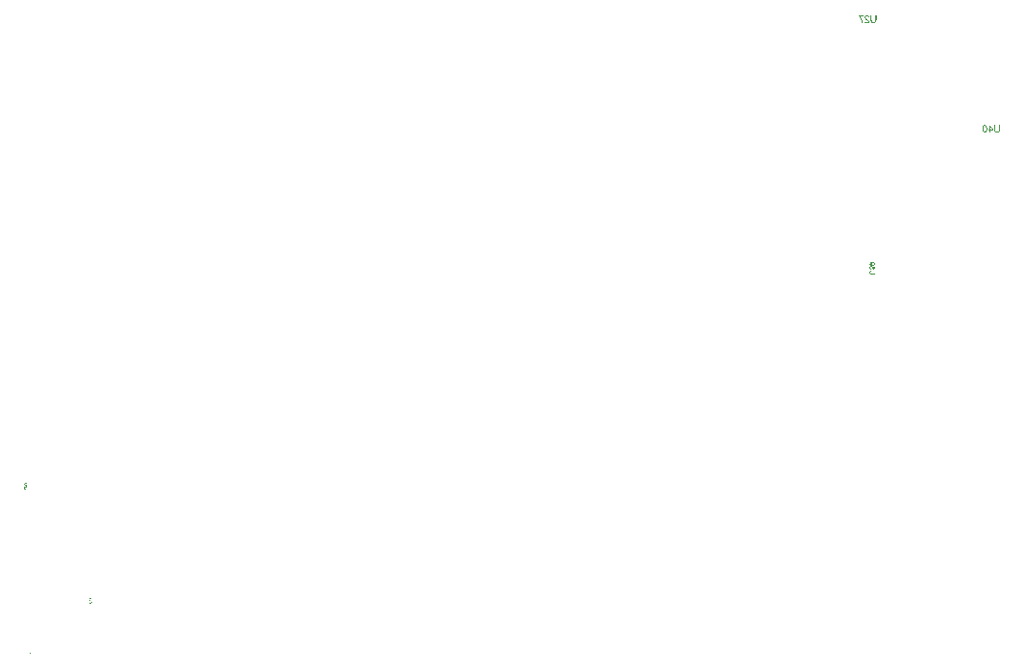
<source format=gbr>
G04*
G04 #@! TF.GenerationSoftware,Altium Limited,Altium Designer,24.2.2 (26)*
G04*
G04 Layer_Color=16711935*
%FSLAX25Y25*%
%MOIN*%
G70*
G04*
G04 #@! TF.SameCoordinates,80A8E479-4E92-43EF-BFA2-91FD1FC97BD2*
G04*
G04*
G04 #@! TF.FilePolarity,Positive*
G04*
G01*
G75*
G36*
X353370Y-155488D02*
Y-155562D01*
X353366Y-155632D01*
X353362Y-155699D01*
X353355Y-155762D01*
X353348Y-155817D01*
X353340Y-155869D01*
X353329Y-155917D01*
X353322Y-155962D01*
X353314Y-156002D01*
X353303Y-156036D01*
X353296Y-156065D01*
X353289Y-156087D01*
X353281Y-156106D01*
X353277Y-156121D01*
X353274Y-156128D01*
Y-156132D01*
X353233Y-156213D01*
X353181Y-156287D01*
X353129Y-156346D01*
X353074Y-156398D01*
X353026Y-156439D01*
X352985Y-156468D01*
X352970Y-156476D01*
X352959Y-156483D01*
X352952Y-156491D01*
X352948D01*
X352856Y-156531D01*
X352759Y-156561D01*
X352660Y-156583D01*
X352567Y-156598D01*
X352526Y-156602D01*
X352486Y-156605D01*
X352449Y-156609D01*
X352419D01*
X352393Y-156613D01*
X352360D01*
X352227Y-156605D01*
X352167Y-156598D01*
X352112Y-156591D01*
X352056Y-156579D01*
X352008Y-156568D01*
X351964Y-156557D01*
X351923Y-156543D01*
X351886Y-156528D01*
X351857Y-156517D01*
X351827Y-156506D01*
X351805Y-156494D01*
X351786Y-156483D01*
X351775Y-156480D01*
X351768Y-156472D01*
X351764D01*
X351683Y-156417D01*
X351616Y-156354D01*
X351564Y-156295D01*
X351520Y-156235D01*
X351487Y-156184D01*
X351464Y-156143D01*
X351457Y-156128D01*
X351450Y-156117D01*
X351446Y-156110D01*
Y-156106D01*
X351431Y-156061D01*
X351416Y-156013D01*
X351394Y-155913D01*
X351379Y-155810D01*
X351368Y-155710D01*
X351364Y-155666D01*
X351361Y-155621D01*
Y-155584D01*
X351357Y-155551D01*
Y-155525D01*
Y-155507D01*
Y-155492D01*
Y-155488D01*
Y-154008D01*
X351697D01*
Y-155488D01*
Y-155573D01*
X351705Y-155655D01*
X351712Y-155725D01*
X351723Y-155791D01*
X351734Y-155851D01*
X351749Y-155906D01*
X351760Y-155954D01*
X351775Y-155995D01*
X351790Y-156028D01*
X351805Y-156061D01*
X351820Y-156084D01*
X351831Y-156106D01*
X351842Y-156121D01*
X351849Y-156132D01*
X351853Y-156135D01*
X351857Y-156139D01*
X351890Y-156169D01*
X351927Y-156195D01*
X352008Y-156235D01*
X352093Y-156265D01*
X352182Y-156283D01*
X352264Y-156298D01*
X352297Y-156302D01*
X352330D01*
X352352Y-156306D01*
X352389D01*
X352467Y-156302D01*
X352537Y-156291D01*
X352604Y-156280D01*
X352656Y-156261D01*
X352700Y-156246D01*
X352733Y-156235D01*
X352752Y-156224D01*
X352759Y-156221D01*
X352811Y-156187D01*
X352856Y-156147D01*
X352893Y-156106D01*
X352919Y-156069D01*
X352941Y-156032D01*
X352959Y-156006D01*
X352967Y-155988D01*
X352970Y-155980D01*
X352981Y-155947D01*
X352989Y-155913D01*
X353004Y-155836D01*
X353015Y-155754D01*
X353022Y-155673D01*
X353026Y-155603D01*
Y-155569D01*
X353029Y-155543D01*
Y-155521D01*
Y-155503D01*
Y-155492D01*
Y-155488D01*
Y-154008D01*
X353370D01*
Y-155488D01*
D02*
G37*
G36*
X351028Y-155666D02*
Y-155954D01*
X349914D01*
Y-156568D01*
X349600D01*
Y-155954D01*
X349252D01*
Y-155666D01*
X349600D01*
Y-154008D01*
X349855D01*
X351028Y-155666D01*
D02*
G37*
G36*
X348194Y-154004D02*
X348286Y-154019D01*
X348364Y-154045D01*
X348430Y-154071D01*
X348486Y-154101D01*
X348508Y-154112D01*
X348527Y-154126D01*
X348541Y-154134D01*
X348552Y-154141D01*
X348556Y-154149D01*
X348560D01*
X348626Y-154208D01*
X348682Y-154278D01*
X348730Y-154348D01*
X348767Y-154415D01*
X348797Y-154478D01*
X348812Y-154504D01*
X348819Y-154530D01*
X348826Y-154548D01*
X348834Y-154563D01*
X348837Y-154570D01*
Y-154574D01*
X348852Y-154630D01*
X348867Y-154685D01*
X348889Y-154807D01*
X348908Y-154929D01*
X348919Y-155044D01*
X348922Y-155099D01*
X348926Y-155148D01*
Y-155192D01*
X348930Y-155233D01*
Y-155262D01*
Y-155288D01*
Y-155303D01*
Y-155307D01*
X348926Y-155436D01*
X348919Y-155558D01*
X348908Y-155669D01*
X348889Y-155773D01*
X348871Y-155869D01*
X348849Y-155954D01*
X348826Y-156032D01*
X348804Y-156098D01*
X348782Y-156158D01*
X348756Y-156210D01*
X348738Y-156254D01*
X348719Y-156287D01*
X348700Y-156317D01*
X348689Y-156335D01*
X348682Y-156346D01*
X348678Y-156350D01*
X348638Y-156395D01*
X348593Y-156435D01*
X348545Y-156472D01*
X348497Y-156502D01*
X348449Y-156528D01*
X348401Y-156550D01*
X348353Y-156565D01*
X348308Y-156579D01*
X348264Y-156591D01*
X348223Y-156598D01*
X348186Y-156605D01*
X348157Y-156609D01*
X348131Y-156613D01*
X348094D01*
X347994Y-156605D01*
X347901Y-156591D01*
X347824Y-156565D01*
X347757Y-156539D01*
X347702Y-156513D01*
X347683Y-156498D01*
X347664Y-156487D01*
X347650Y-156480D01*
X347639Y-156472D01*
X347635Y-156465D01*
X347631D01*
X347565Y-156402D01*
X347509Y-156335D01*
X347461Y-156261D01*
X347424Y-156195D01*
X347394Y-156132D01*
X347380Y-156106D01*
X347372Y-156080D01*
X347365Y-156061D01*
X347357Y-156047D01*
X347354Y-156039D01*
Y-156036D01*
X347335Y-155980D01*
X347320Y-155925D01*
X347298Y-155806D01*
X347280Y-155684D01*
X347269Y-155566D01*
X347265Y-155514D01*
X347261Y-155466D01*
Y-155421D01*
X347257Y-155381D01*
Y-155351D01*
Y-155325D01*
Y-155310D01*
Y-155307D01*
Y-155236D01*
X347261Y-155170D01*
Y-155111D01*
X347265Y-155051D01*
X347272Y-155000D01*
X347276Y-154948D01*
X347280Y-154903D01*
X347287Y-154863D01*
X347291Y-154826D01*
X347298Y-154792D01*
X347302Y-154766D01*
X347306Y-154744D01*
X347309Y-154726D01*
X347313Y-154715D01*
X347317Y-154707D01*
Y-154704D01*
X347339Y-154622D01*
X347365Y-154548D01*
X347394Y-154485D01*
X347417Y-154430D01*
X347443Y-154382D01*
X347457Y-154348D01*
X347472Y-154330D01*
X347476Y-154323D01*
X347516Y-154267D01*
X347557Y-154219D01*
X347602Y-154178D01*
X347642Y-154141D01*
X347679Y-154115D01*
X347709Y-154097D01*
X347727Y-154086D01*
X347731Y-154082D01*
X347735D01*
X347794Y-154052D01*
X347857Y-154034D01*
X347916Y-154019D01*
X347972Y-154008D01*
X348020Y-154001D01*
X348060Y-153997D01*
X348094D01*
X348194Y-154004D01*
D02*
G37*
G36*
X16773Y-336422D02*
X16784Y-336423D01*
X16797Y-336425D01*
X16811Y-336428D01*
X16827Y-336432D01*
X16860Y-336442D01*
X16879Y-336449D01*
X16897Y-336460D01*
X16916Y-336470D01*
X16933Y-336481D01*
X16950Y-336496D01*
X16968Y-336512D01*
X16969Y-336513D01*
X16972Y-336516D01*
X16976Y-336521D01*
X16981Y-336528D01*
X16988Y-336538D01*
X16995Y-336548D01*
X17003Y-336561D01*
X17011Y-336576D01*
X17020Y-336592D01*
X17027Y-336610D01*
X17034Y-336631D01*
X17042Y-336651D01*
X17046Y-336674D01*
X17051Y-336699D01*
X17053Y-336723D01*
X17055Y-336751D01*
Y-336766D01*
X17053Y-336776D01*
X17052Y-336789D01*
X17051Y-336803D01*
X17048Y-336819D01*
X17043Y-336837D01*
X17033Y-336876D01*
X17026Y-336896D01*
X17018Y-336915D01*
X17008Y-336935D01*
X16997Y-336955D01*
X16984Y-336974D01*
X16968Y-336992D01*
X16966Y-336993D01*
X16963Y-336996D01*
X16959Y-337000D01*
X16952Y-337006D01*
X16943Y-337012D01*
X16933Y-337021D01*
X16921Y-337028D01*
X16907Y-337037D01*
X16892Y-337045D01*
X16875Y-337053D01*
X16839Y-337067D01*
X16817Y-337073D01*
X16795Y-337077D01*
X16772Y-337080D01*
X16749Y-337082D01*
X16747D01*
X16745D01*
X16739D01*
X16733Y-337080D01*
X16724D01*
X16714Y-337079D01*
X16691Y-337076D01*
X16665Y-337070D01*
X16639Y-337061D01*
X16611Y-337048D01*
X16585Y-337032D01*
X16583D01*
X16582Y-337029D01*
X16575Y-337024D01*
X16563Y-337012D01*
X16549Y-336996D01*
X16534Y-336976D01*
X16518Y-336951D01*
X16505Y-336924D01*
X16495Y-336890D01*
Y-336892D01*
X16494Y-336893D01*
X16492Y-336897D01*
X16489Y-336903D01*
X16484Y-336916D01*
X16475Y-336934D01*
X16463Y-336953D01*
X16449Y-336971D01*
X16433Y-336989D01*
X16415Y-337005D01*
X16412Y-337006D01*
X16407Y-337011D01*
X16395Y-337016D01*
X16380Y-337022D01*
X16362Y-337029D01*
X16340Y-337035D01*
X16315Y-337040D01*
X16289Y-337041D01*
X16288D01*
X16285D01*
X16279D01*
X16270Y-337040D01*
X16262Y-337038D01*
X16250Y-337037D01*
X16225Y-337031D01*
X16196Y-337022D01*
X16166Y-337008D01*
X16150Y-336999D01*
X16134Y-336989D01*
X16120Y-336976D01*
X16105Y-336963D01*
X16104Y-336961D01*
X16102Y-336958D01*
X16098Y-336954D01*
X16093Y-336948D01*
X16088Y-336941D01*
X16082Y-336931D01*
X16075Y-336919D01*
X16067Y-336908D01*
X16060Y-336893D01*
X16053Y-336877D01*
X16047Y-336860D01*
X16041Y-336841D01*
X16033Y-336800D01*
X16031Y-336777D01*
X16030Y-336754D01*
Y-336741D01*
X16031Y-336732D01*
X16033Y-336721D01*
X16034Y-336707D01*
X16036Y-336693D01*
X16040Y-336679D01*
X16048Y-336644D01*
X16061Y-336609D01*
X16070Y-336592D01*
X16080Y-336574D01*
X16093Y-336558D01*
X16106Y-336542D01*
X16108Y-336541D01*
X16109Y-336539D01*
X16114Y-336535D01*
X16120Y-336529D01*
X16128Y-336523D01*
X16137Y-336516D01*
X16159Y-336502D01*
X16186Y-336487D01*
X16218Y-336474D01*
X16254Y-336464D01*
X16273Y-336462D01*
X16294Y-336461D01*
X16295D01*
X16296D01*
X16305D01*
X16318Y-336462D01*
X16334Y-336465D01*
X16354Y-336470D01*
X16375Y-336477D01*
X16395Y-336486D01*
X16415Y-336499D01*
X16418Y-336500D01*
X16424Y-336506D01*
X16433Y-336515D01*
X16444Y-336526D01*
X16457Y-336542D01*
X16470Y-336561D01*
X16484Y-336583D01*
X16495Y-336609D01*
Y-336608D01*
X16497Y-336605D01*
X16498Y-336600D01*
X16501Y-336595D01*
X16508Y-336577D01*
X16518Y-336557D01*
X16533Y-336535D01*
X16549Y-336512D01*
X16569Y-336490D01*
X16592Y-336470D01*
X16594D01*
X16595Y-336468D01*
X16604Y-336462D01*
X16618Y-336454D01*
X16637Y-336445D01*
X16660Y-336436D01*
X16688Y-336428D01*
X16718Y-336422D01*
X16752Y-336420D01*
X16753D01*
X16758D01*
X16765D01*
X16773Y-336422D01*
D02*
G37*
G36*
X16652Y-337253D02*
X16666D01*
X16684Y-337254D01*
X16701Y-337256D01*
X16740Y-337260D01*
X16781Y-337266D01*
X16820Y-337275D01*
X16839Y-337280D01*
X16856Y-337286D01*
X16858D01*
X16860Y-337288D01*
X16865Y-337291D01*
X16871Y-337293D01*
X16887Y-337302D01*
X16907Y-337315D01*
X16930Y-337333D01*
X16953Y-337353D01*
X16978Y-337379D01*
X17000Y-337411D01*
Y-337412D01*
X17003Y-337415D01*
X17004Y-337420D01*
X17008Y-337427D01*
X17013Y-337435D01*
X17017Y-337447D01*
X17021Y-337459D01*
X17027Y-337473D01*
X17033Y-337489D01*
X17037Y-337507D01*
X17042Y-337525D01*
X17046Y-337547D01*
X17049Y-337569D01*
X17052Y-337592D01*
X17055Y-337644D01*
Y-337657D01*
X17053Y-337667D01*
Y-337679D01*
X17052Y-337694D01*
X17051Y-337709D01*
X17049Y-337725D01*
X17043Y-337762D01*
X17034Y-337801D01*
X17023Y-337839D01*
X17007Y-337875D01*
Y-337876D01*
X17004Y-337879D01*
X17001Y-337883D01*
X16998Y-337889D01*
X16987Y-337905D01*
X16971Y-337924D01*
X16950Y-337946D01*
X16927Y-337966D01*
X16898Y-337986D01*
X16866Y-338002D01*
X16865D01*
X16862Y-338004D01*
X16856Y-338005D01*
X16849Y-338008D01*
X16840Y-338011D01*
X16829Y-338014D01*
X16815Y-338018D01*
X16800Y-338021D01*
X16782Y-338024D01*
X16763Y-338029D01*
X16743Y-338031D01*
X16721Y-338034D01*
X16697Y-338037D01*
X16671Y-338039D01*
X16643Y-338040D01*
X16614D01*
X16034D01*
Y-337907D01*
X16614D01*
X16615D01*
X16620D01*
X16627D01*
X16636D01*
X16646Y-337905D01*
X16659D01*
X16687Y-337904D01*
X16718Y-337901D01*
X16750Y-337896D01*
X16781Y-337891D01*
X16794Y-337888D01*
X16807Y-337883D01*
X16810Y-337882D01*
X16817Y-337879D01*
X16827Y-337872D01*
X16842Y-337863D01*
X16856Y-337853D01*
X16872Y-337839D01*
X16888Y-337821D01*
X16901Y-337801D01*
X16903Y-337798D01*
X16907Y-337791D01*
X16911Y-337778D01*
X16917Y-337760D01*
X16924Y-337740D01*
X16929Y-337714D01*
X16933Y-337686D01*
X16935Y-337656D01*
Y-337641D01*
X16933Y-337633D01*
Y-337620D01*
X16931Y-337607D01*
X16926Y-337575D01*
X16918Y-337540D01*
X16907Y-337507D01*
X16891Y-337475D01*
X16881Y-337460D01*
X16869Y-337447D01*
X16868Y-337446D01*
X16866Y-337444D01*
X16862Y-337441D01*
X16856Y-337437D01*
X16848Y-337433D01*
X16839Y-337427D01*
X16826Y-337421D01*
X16813Y-337415D01*
X16797Y-337409D01*
X16778Y-337405D01*
X16756Y-337399D01*
X16733Y-337395D01*
X16707Y-337390D01*
X16679Y-337388D01*
X16647Y-337385D01*
X16614D01*
X16034D01*
Y-337251D01*
X16614D01*
X16615D01*
X16621D01*
X16628D01*
X16639D01*
X16652Y-337253D01*
D02*
G37*
G36*
X37801Y-317913D02*
X37818D01*
X37836Y-317914D01*
X37855Y-317915D01*
X37899Y-317919D01*
X37945Y-317926D01*
X37989Y-317935D01*
X38010Y-317940D01*
X38030Y-317947D01*
X38032D01*
X38034Y-317949D01*
X38040Y-317951D01*
X38047Y-317954D01*
X38056Y-317957D01*
X38066Y-317962D01*
X38089Y-317973D01*
X38114Y-317987D01*
X38142Y-318005D01*
X38167Y-318026D01*
X38190Y-318051D01*
Y-318052D01*
X38193Y-318053D01*
X38196Y-318057D01*
X38199Y-318063D01*
X38203Y-318070D01*
X38208Y-318077D01*
X38218Y-318098D01*
X38227Y-318122D01*
X38237Y-318151D01*
X38243Y-318186D01*
X38245Y-318223D01*
Y-318237D01*
X38244Y-318247D01*
X38243Y-318258D01*
X38240Y-318271D01*
X38237Y-318287D01*
X38233Y-318303D01*
X38227Y-318320D01*
X38222Y-318338D01*
X38214Y-318356D01*
X38204Y-318373D01*
X38193Y-318391D01*
X38179Y-318409D01*
X38164Y-318426D01*
X38148Y-318441D01*
X38146Y-318443D01*
X38142Y-318445D01*
X38135Y-318449D01*
X38124Y-318456D01*
X38112Y-318463D01*
X38095Y-318470D01*
X38076Y-318480D01*
X38054Y-318488D01*
X38029Y-318496D01*
X38000Y-318505D01*
X37968Y-318513D01*
X37932Y-318520D01*
X37894Y-318527D01*
X37852Y-318531D01*
X37807Y-318534D01*
X37758Y-318535D01*
X37757D01*
X37751D01*
X37742D01*
X37731D01*
X37716Y-318534D01*
X37699D01*
X37681Y-318532D01*
X37660Y-318531D01*
X37618Y-318527D01*
X37572Y-318520D01*
X37527Y-318512D01*
X37506Y-318506D01*
X37485Y-318500D01*
X37484D01*
X37481Y-318499D01*
X37475Y-318496D01*
X37468Y-318494D01*
X37459Y-318491D01*
X37449Y-318485D01*
X37426Y-318474D01*
X37401Y-318460D01*
X37375Y-318443D01*
X37348Y-318422D01*
X37326Y-318397D01*
Y-318396D01*
X37324Y-318394D01*
X37321Y-318390D01*
X37318Y-318385D01*
X37313Y-318378D01*
X37308Y-318369D01*
X37297Y-318349D01*
X37288Y-318324D01*
X37278Y-318295D01*
X37273Y-318260D01*
X37270Y-318223D01*
Y-318211D01*
X37271Y-318196D01*
X37274Y-318178D01*
X37278Y-318157D01*
X37284Y-318135D01*
X37290Y-318111D01*
X37301Y-318089D01*
Y-318088D01*
X37303Y-318087D01*
X37307Y-318080D01*
X37314Y-318069D01*
X37324Y-318055D01*
X37337Y-318040D01*
X37353Y-318023D01*
X37370Y-318008D01*
X37391Y-317993D01*
X37394Y-317991D01*
X37401Y-317986D01*
X37413Y-317980D01*
X37431Y-317971D01*
X37452Y-317962D01*
X37475Y-317951D01*
X37503Y-317942D01*
X37533Y-317933D01*
X37535D01*
X37538Y-317932D01*
X37542Y-317931D01*
X37549Y-317929D01*
X37557Y-317928D01*
X37567Y-317926D01*
X37579Y-317924D01*
X37593Y-317922D01*
X37608Y-317919D01*
X37624Y-317918D01*
X37644Y-317917D01*
X37663Y-317914D01*
X37685Y-317913D01*
X37707D01*
X37732Y-317911D01*
X37758D01*
X37760D01*
X37765D01*
X37775D01*
X37786D01*
X37801Y-317913D01*
D02*
G37*
G36*
X38229Y-318953D02*
X37482D01*
X37484Y-318954D01*
X37489Y-318961D01*
X37497Y-318970D01*
X37507Y-318984D01*
X37520Y-318999D01*
X37533Y-319018D01*
X37549Y-319040D01*
X37564Y-319065D01*
Y-319066D01*
X37565Y-319068D01*
X37571Y-319076D01*
X37578Y-319090D01*
X37586Y-319106D01*
X37595Y-319126D01*
X37605Y-319146D01*
X37615Y-319167D01*
X37623Y-319188D01*
X37510D01*
Y-319186D01*
X37507Y-319184D01*
X37506Y-319178D01*
X37502Y-319171D01*
X37497Y-319163D01*
X37492Y-319153D01*
X37478Y-319130D01*
X37463Y-319102D01*
X37444Y-319075D01*
X37422Y-319046D01*
X37398Y-319017D01*
X37397Y-319015D01*
X37395Y-319014D01*
X37391Y-319010D01*
X37387Y-319004D01*
X37373Y-318992D01*
X37357Y-318975D01*
X37337Y-318959D01*
X37315Y-318941D01*
X37293Y-318926D01*
X37270Y-318912D01*
Y-318836D01*
X38229D01*
Y-318953D01*
D02*
G37*
G36*
X37862Y-319442D02*
X37876D01*
X37892Y-319443D01*
X37909Y-319444D01*
X37946Y-319449D01*
X37985Y-319454D01*
X38022Y-319462D01*
X38040Y-319468D01*
X38056Y-319473D01*
X38058D01*
X38061Y-319475D01*
X38065Y-319478D01*
X38070Y-319480D01*
X38085Y-319489D01*
X38105Y-319501D01*
X38127Y-319518D01*
X38149Y-319537D01*
X38172Y-319562D01*
X38193Y-319592D01*
Y-319594D01*
X38196Y-319596D01*
X38197Y-319600D01*
X38201Y-319607D01*
X38206Y-319616D01*
X38210Y-319627D01*
X38214Y-319638D01*
X38219Y-319651D01*
X38225Y-319667D01*
X38229Y-319683D01*
X38233Y-319701D01*
X38237Y-319722D01*
X38240Y-319742D01*
X38243Y-319765D01*
X38245Y-319814D01*
Y-319827D01*
X38244Y-319836D01*
Y-319847D01*
X38243Y-319861D01*
X38241Y-319876D01*
X38240Y-319892D01*
X38234Y-319926D01*
X38226Y-319963D01*
X38215Y-319999D01*
X38200Y-320034D01*
Y-320035D01*
X38197Y-320038D01*
X38194Y-320042D01*
X38192Y-320047D01*
X38181Y-320063D01*
X38165Y-320081D01*
X38146Y-320101D01*
X38124Y-320121D01*
X38096Y-320140D01*
X38066Y-320155D01*
X38065D01*
X38062Y-320157D01*
X38056Y-320158D01*
X38050Y-320161D01*
X38041Y-320163D01*
X38030Y-320166D01*
X38018Y-320170D01*
X38003Y-320173D01*
X37986Y-320176D01*
X37968Y-320180D01*
X37949Y-320183D01*
X37928Y-320185D01*
X37905Y-320188D01*
X37880Y-320190D01*
X37854Y-320191D01*
X37826D01*
X37274D01*
Y-320064D01*
X37826D01*
X37827D01*
X37832D01*
X37838D01*
X37847D01*
X37856Y-320063D01*
X37869D01*
X37895Y-320061D01*
X37925Y-320058D01*
X37956Y-320054D01*
X37985Y-320049D01*
X37997Y-320046D01*
X38010Y-320042D01*
X38012Y-320041D01*
X38019Y-320038D01*
X38029Y-320031D01*
X38043Y-320023D01*
X38056Y-320013D01*
X38072Y-319999D01*
X38087Y-319983D01*
X38099Y-319963D01*
X38101Y-319961D01*
X38105Y-319954D01*
X38109Y-319941D01*
X38114Y-319925D01*
X38121Y-319905D01*
X38125Y-319881D01*
X38130Y-319854D01*
X38131Y-319825D01*
Y-319812D01*
X38130Y-319803D01*
Y-319791D01*
X38128Y-319778D01*
X38123Y-319748D01*
X38116Y-319715D01*
X38105Y-319683D01*
X38089Y-319653D01*
X38080Y-319639D01*
X38069Y-319627D01*
X38067Y-319625D01*
X38066Y-319624D01*
X38062Y-319621D01*
X38056Y-319617D01*
X38048Y-319613D01*
X38040Y-319607D01*
X38027Y-319602D01*
X38015Y-319596D01*
X38000Y-319591D01*
X37982Y-319587D01*
X37961Y-319581D01*
X37939Y-319577D01*
X37914Y-319573D01*
X37888Y-319570D01*
X37858Y-319567D01*
X37826D01*
X37274D01*
Y-319440D01*
X37826D01*
X37827D01*
X37833D01*
X37840D01*
X37849D01*
X37862Y-319442D01*
D02*
G37*
G36*
X309235Y-201664D02*
X309286Y-201669D01*
X309334Y-201674D01*
X309378Y-201679D01*
X309419Y-201684D01*
X309457Y-201692D01*
X309490Y-201700D01*
X309518Y-201707D01*
X309543Y-201712D01*
X309566Y-201720D01*
X309584Y-201725D01*
X309597Y-201730D01*
X309607Y-201735D01*
X309612Y-201738D01*
X309615D01*
X309676Y-201768D01*
X309730Y-201802D01*
X309775Y-201840D01*
X309814Y-201873D01*
X309842Y-201906D01*
X309862Y-201932D01*
X309870Y-201942D01*
X309875Y-201950D01*
X309880Y-201952D01*
Y-201955D01*
X309911Y-202008D01*
X309934Y-202062D01*
X309951Y-202115D01*
X309962Y-202164D01*
X309969Y-202207D01*
X309972Y-202225D01*
Y-202238D01*
X309974Y-202251D01*
Y-202268D01*
X309972Y-202312D01*
X309967Y-202352D01*
X309959Y-202393D01*
X309949Y-202429D01*
X309921Y-202498D01*
X309908Y-202528D01*
X309893Y-202554D01*
X309875Y-202579D01*
X309862Y-202600D01*
X309847Y-202620D01*
X309834Y-202636D01*
X309824Y-202648D01*
X309816Y-202656D01*
X309811Y-202661D01*
X309809Y-202664D01*
X309778Y-202692D01*
X309742Y-202715D01*
X309709Y-202737D01*
X309674Y-202755D01*
X309635Y-202771D01*
X309599Y-202783D01*
X309533Y-202801D01*
X309500Y-202809D01*
X309472Y-202814D01*
X309444Y-202817D01*
X309421Y-202819D01*
X309403Y-202822D01*
X309390D01*
X309380D01*
X309378D01*
X309329Y-202819D01*
X309286Y-202814D01*
X309243Y-202809D01*
X309202Y-202799D01*
X309166Y-202786D01*
X309130Y-202773D01*
X309100Y-202761D01*
X309072Y-202745D01*
X309046Y-202732D01*
X309023Y-202720D01*
X309005Y-202707D01*
X308987Y-202694D01*
X308975Y-202684D01*
X308967Y-202679D01*
X308962Y-202674D01*
X308960Y-202671D01*
X308931Y-202643D01*
X308909Y-202613D01*
X308886Y-202582D01*
X308868Y-202549D01*
X308852Y-202518D01*
X308840Y-202488D01*
X308822Y-202429D01*
X308814Y-202403D01*
X308809Y-202378D01*
X308806Y-202358D01*
X308804Y-202337D01*
X308801Y-202322D01*
Y-202302D01*
X308804Y-202253D01*
X308812Y-202207D01*
X308822Y-202166D01*
X308835Y-202128D01*
X308845Y-202100D01*
X308855Y-202077D01*
X308863Y-202062D01*
X308865Y-202057D01*
X308891Y-202016D01*
X308919Y-201980D01*
X308947Y-201950D01*
X308972Y-201924D01*
X308998Y-201906D01*
X309016Y-201891D01*
X309028Y-201881D01*
X309033Y-201878D01*
X309013D01*
X309000D01*
X308993D01*
X308990D01*
X308939Y-201881D01*
X308891Y-201883D01*
X308847Y-201888D01*
X308806Y-201893D01*
X308773Y-201901D01*
X308748Y-201906D01*
X308738Y-201909D01*
X308730D01*
X308727Y-201911D01*
X308725D01*
X308679Y-201924D01*
X308638Y-201937D01*
X308602Y-201950D01*
X308572Y-201962D01*
X308549Y-201973D01*
X308531Y-201983D01*
X308518Y-201988D01*
X308516Y-201990D01*
X308488Y-202011D01*
X308465Y-202031D01*
X308444Y-202052D01*
X308426Y-202072D01*
X308411Y-202087D01*
X308401Y-202103D01*
X308396Y-202113D01*
X308393Y-202115D01*
X308378Y-202143D01*
X308368Y-202174D01*
X308360Y-202202D01*
X308355Y-202230D01*
X308353Y-202253D01*
X308350Y-202271D01*
Y-202289D01*
X308353Y-202329D01*
X308360Y-202368D01*
X308370Y-202401D01*
X308383Y-202429D01*
X308393Y-202449D01*
X308404Y-202467D01*
X308411Y-202477D01*
X308414Y-202480D01*
X308442Y-202505D01*
X308475Y-202526D01*
X308511Y-202544D01*
X308546Y-202556D01*
X308577Y-202567D01*
X308605Y-202574D01*
X308615Y-202577D01*
X308620D01*
X308625Y-202579D01*
X308628D01*
X308610Y-202788D01*
X308536Y-202773D01*
X308472Y-202753D01*
X308416Y-202727D01*
X308370Y-202702D01*
X308335Y-202676D01*
X308319Y-202664D01*
X308307Y-202653D01*
X308299Y-202646D01*
X308291Y-202638D01*
X308289Y-202636D01*
X308286Y-202633D01*
X308266Y-202607D01*
X308248Y-202579D01*
X308220Y-202523D01*
X308200Y-202467D01*
X308187Y-202414D01*
X308177Y-202365D01*
X308174Y-202345D01*
Y-202327D01*
X308172Y-202314D01*
Y-202294D01*
X308177Y-202222D01*
X308187Y-202159D01*
X308205Y-202100D01*
X308225Y-202052D01*
X308233Y-202031D01*
X308243Y-202011D01*
X308253Y-201995D01*
X308261Y-201980D01*
X308266Y-201970D01*
X308271Y-201962D01*
X308276Y-201957D01*
Y-201955D01*
X308319Y-201904D01*
X308368Y-201858D01*
X308419Y-201822D01*
X308467Y-201792D01*
X308511Y-201766D01*
X308531Y-201756D01*
X308546Y-201748D01*
X308562Y-201743D01*
X308572Y-201738D01*
X308577Y-201735D01*
X308579D01*
X308618Y-201723D01*
X308661Y-201710D01*
X308748Y-201692D01*
X308840Y-201679D01*
X308926Y-201672D01*
X308965Y-201666D01*
X309003Y-201664D01*
X309036D01*
X309064Y-201661D01*
X309087D01*
X309105D01*
X309118D01*
X309120D01*
X309179D01*
X309235Y-201664D01*
D02*
G37*
G36*
X308784Y-203038D02*
X308840Y-203049D01*
X308888Y-203064D01*
X308929Y-203079D01*
X308962Y-203095D01*
X308987Y-203110D01*
X309003Y-203120D01*
X309008Y-203123D01*
X309046Y-203158D01*
X309079Y-203197D01*
X309105Y-203237D01*
X309125Y-203278D01*
X309140Y-203314D01*
X309151Y-203342D01*
X309153Y-203352D01*
X309156Y-203360D01*
X309158Y-203365D01*
Y-203367D01*
X309181Y-203324D01*
X309204Y-203288D01*
X309230Y-203258D01*
X309253Y-203232D01*
X309273Y-203212D01*
X309291Y-203197D01*
X309301Y-203189D01*
X309306Y-203186D01*
X309342Y-203166D01*
X309378Y-203151D01*
X309413Y-203138D01*
X309447Y-203130D01*
X309475Y-203125D01*
X309495Y-203123D01*
X309510D01*
X309515D01*
X309559Y-203125D01*
X309602Y-203133D01*
X309640Y-203143D01*
X309674Y-203156D01*
X309701Y-203169D01*
X309724Y-203179D01*
X309737Y-203186D01*
X309742Y-203189D01*
X309781Y-203214D01*
X309814Y-203245D01*
X309842Y-203276D01*
X309867Y-203306D01*
X309885Y-203332D01*
X309900Y-203355D01*
X309908Y-203370D01*
X309911Y-203373D01*
Y-203375D01*
X309931Y-203421D01*
X309946Y-203467D01*
X309959Y-203513D01*
X309967Y-203554D01*
X309972Y-203587D01*
X309974Y-203615D01*
Y-203678D01*
X309969Y-203714D01*
X309957Y-203783D01*
X309936Y-203842D01*
X309916Y-203893D01*
X309903Y-203916D01*
X309893Y-203934D01*
X309883Y-203951D01*
X309872Y-203964D01*
X309865Y-203974D01*
X309860Y-203982D01*
X309857Y-203987D01*
X309855Y-203990D01*
X309806Y-204038D01*
X309752Y-204076D01*
X309696Y-204107D01*
X309640Y-204132D01*
X309592Y-204148D01*
X309572Y-204155D01*
X309554Y-204160D01*
X309538Y-204163D01*
X309528Y-204166D01*
X309521Y-204168D01*
X309518D01*
X309480Y-203951D01*
X309536Y-203941D01*
X309584Y-203926D01*
X309625Y-203908D01*
X309658Y-203890D01*
X309684Y-203872D01*
X309701Y-203857D01*
X309714Y-203847D01*
X309717Y-203844D01*
X309742Y-203811D01*
X309763Y-203775D01*
X309775Y-203742D01*
X309786Y-203709D01*
X309791Y-203678D01*
X309796Y-203656D01*
Y-203635D01*
X309793Y-203589D01*
X309783Y-203548D01*
X309770Y-203513D01*
X309758Y-203482D01*
X309742Y-203459D01*
X309730Y-203441D01*
X309719Y-203429D01*
X309717Y-203426D01*
X309686Y-203398D01*
X309653Y-203378D01*
X309620Y-203365D01*
X309589Y-203355D01*
X309561Y-203349D01*
X309541Y-203344D01*
X309526D01*
X309523D01*
X309521D01*
X309492D01*
X309467Y-203349D01*
X309424Y-203362D01*
X309385Y-203380D01*
X309352Y-203400D01*
X309329Y-203421D01*
X309311Y-203439D01*
X309301Y-203451D01*
X309299Y-203454D01*
Y-203457D01*
X309276Y-203500D01*
X309258Y-203541D01*
X309245Y-203584D01*
X309237Y-203622D01*
X309232Y-203656D01*
X309227Y-203684D01*
Y-203717D01*
X309230Y-203727D01*
Y-203740D01*
X309038Y-203765D01*
X309046Y-203732D01*
X309051Y-203701D01*
X309056Y-203676D01*
X309059Y-203653D01*
X309062Y-203635D01*
Y-203612D01*
X309056Y-203559D01*
X309046Y-203510D01*
X309031Y-203467D01*
X309013Y-203431D01*
X308995Y-203403D01*
X308980Y-203383D01*
X308970Y-203370D01*
X308965Y-203365D01*
X308926Y-203332D01*
X308886Y-203306D01*
X308845Y-203288D01*
X308804Y-203278D01*
X308771Y-203271D01*
X308743Y-203268D01*
X308733Y-203265D01*
X308725D01*
X308720D01*
X308717D01*
X308661Y-203271D01*
X308610Y-203283D01*
X308567Y-203298D01*
X308528Y-203319D01*
X308498Y-203339D01*
X308475Y-203355D01*
X308460Y-203367D01*
X308455Y-203373D01*
X308419Y-203413D01*
X308393Y-203457D01*
X308376Y-203500D01*
X308363Y-203541D01*
X308355Y-203576D01*
X308353Y-203605D01*
X308350Y-203615D01*
Y-203630D01*
X308353Y-203676D01*
X308363Y-203719D01*
X308376Y-203758D01*
X308391Y-203788D01*
X308404Y-203814D01*
X308416Y-203834D01*
X308426Y-203844D01*
X308429Y-203849D01*
X308465Y-203880D01*
X308506Y-203905D01*
X308549Y-203928D01*
X308595Y-203946D01*
X308633Y-203959D01*
X308651Y-203964D01*
X308666Y-203967D01*
X308679Y-203969D01*
X308689Y-203972D01*
X308694Y-203974D01*
X308697D01*
X308669Y-204191D01*
X308628Y-204186D01*
X308590Y-204178D01*
X308518Y-204155D01*
X308457Y-204127D01*
X308432Y-204112D01*
X308406Y-204097D01*
X308383Y-204081D01*
X308365Y-204066D01*
X308348Y-204053D01*
X308335Y-204041D01*
X308325Y-204033D01*
X308317Y-204025D01*
X308312Y-204020D01*
X308309Y-204018D01*
X308286Y-203987D01*
X308263Y-203956D01*
X308245Y-203926D01*
X308230Y-203893D01*
X308205Y-203829D01*
X308189Y-203768D01*
X308184Y-203740D01*
X308179Y-203714D01*
X308177Y-203691D01*
X308174Y-203671D01*
X308172Y-203656D01*
Y-203633D01*
X308174Y-203584D01*
X308179Y-203541D01*
X308187Y-203497D01*
X308197Y-203457D01*
X308210Y-203418D01*
X308223Y-203385D01*
X308238Y-203352D01*
X308253Y-203324D01*
X308266Y-203296D01*
X308281Y-203273D01*
X308294Y-203253D01*
X308307Y-203237D01*
X308317Y-203225D01*
X308325Y-203214D01*
X308330Y-203209D01*
X308332Y-203207D01*
X308363Y-203176D01*
X308396Y-203151D01*
X308429Y-203128D01*
X308462Y-203107D01*
X308493Y-203092D01*
X308526Y-203077D01*
X308587Y-203056D01*
X308615Y-203051D01*
X308641Y-203046D01*
X308664Y-203041D01*
X308684Y-203038D01*
X308699Y-203036D01*
X308712D01*
X308720D01*
X308722D01*
X308784Y-203038D01*
D02*
G37*
G36*
X309967Y-204729D02*
X308947D01*
X308888D01*
X308832Y-204734D01*
X308784Y-204739D01*
X308738Y-204747D01*
X308697Y-204755D01*
X308659Y-204765D01*
X308625Y-204772D01*
X308597Y-204783D01*
X308574Y-204793D01*
X308552Y-204803D01*
X308536Y-204813D01*
X308521Y-204821D01*
X308511Y-204829D01*
X308503Y-204834D01*
X308501Y-204836D01*
X308498Y-204839D01*
X308477Y-204862D01*
X308460Y-204887D01*
X308432Y-204943D01*
X308411Y-205002D01*
X308399Y-205063D01*
X308388Y-205119D01*
X308386Y-205142D01*
Y-205165D01*
X308383Y-205180D01*
Y-205206D01*
X308386Y-205259D01*
X308393Y-205308D01*
X308401Y-205354D01*
X308414Y-205389D01*
X308424Y-205420D01*
X308432Y-205443D01*
X308439Y-205456D01*
X308442Y-205461D01*
X308465Y-205497D01*
X308493Y-205527D01*
X308521Y-205553D01*
X308546Y-205571D01*
X308572Y-205586D01*
X308590Y-205599D01*
X308602Y-205604D01*
X308608Y-205606D01*
X308630Y-205614D01*
X308653Y-205619D01*
X308707Y-205629D01*
X308763Y-205637D01*
X308819Y-205642D01*
X308868Y-205644D01*
X308891D01*
X308909Y-205647D01*
X308924D01*
X308937D01*
X308944D01*
X308947D01*
X309967D01*
Y-205882D01*
X308947D01*
X308896D01*
X308847Y-205879D01*
X308801Y-205877D01*
X308758Y-205872D01*
X308720Y-205866D01*
X308684Y-205861D01*
X308651Y-205854D01*
X308620Y-205849D01*
X308592Y-205843D01*
X308569Y-205836D01*
X308549Y-205831D01*
X308534Y-205826D01*
X308521Y-205820D01*
X308511Y-205818D01*
X308506Y-205815D01*
X308503D01*
X308447Y-205787D01*
X308396Y-205752D01*
X308355Y-205716D01*
X308319Y-205678D01*
X308291Y-205644D01*
X308271Y-205616D01*
X308266Y-205606D01*
X308261Y-205599D01*
X308256Y-205593D01*
Y-205591D01*
X308228Y-205527D01*
X308207Y-205461D01*
X308192Y-205392D01*
X308182Y-205328D01*
X308179Y-205300D01*
X308177Y-205272D01*
X308174Y-205247D01*
Y-205226D01*
X308172Y-205208D01*
Y-205186D01*
X308177Y-205094D01*
X308182Y-205053D01*
X308187Y-205015D01*
X308194Y-204976D01*
X308202Y-204943D01*
X308210Y-204913D01*
X308220Y-204885D01*
X308230Y-204859D01*
X308238Y-204839D01*
X308245Y-204818D01*
X308253Y-204803D01*
X308261Y-204790D01*
X308263Y-204783D01*
X308268Y-204778D01*
Y-204775D01*
X308307Y-204719D01*
X308350Y-204673D01*
X308391Y-204637D01*
X308432Y-204607D01*
X308467Y-204584D01*
X308495Y-204568D01*
X308506Y-204563D01*
X308513Y-204558D01*
X308518Y-204556D01*
X308521D01*
X308552Y-204545D01*
X308585Y-204535D01*
X308653Y-204520D01*
X308725Y-204510D01*
X308794Y-204502D01*
X308824Y-204500D01*
X308855Y-204497D01*
X308880D01*
X308903Y-204495D01*
X308921D01*
X308934D01*
X308944D01*
X308947D01*
X309967D01*
Y-204729D01*
D02*
G37*
G36*
X15876Y-278480D02*
X15295D01*
X15294D01*
X15290D01*
X15282D01*
X15274D01*
X15264Y-278481D01*
X15250D01*
X15223Y-278483D01*
X15191Y-278486D01*
X15159Y-278490D01*
X15129Y-278496D01*
X15116Y-278499D01*
X15103Y-278503D01*
X15100Y-278504D01*
X15092Y-278507D01*
X15082Y-278515D01*
X15068Y-278523D01*
X15053Y-278534D01*
X15037Y-278548D01*
X15021Y-278565D01*
X15008Y-278586D01*
X15007Y-278589D01*
X15003Y-278596D01*
X14998Y-278609D01*
X14992Y-278626D01*
X14985Y-278647D01*
X14981Y-278673D01*
X14976Y-278700D01*
X14975Y-278731D01*
Y-278745D01*
X14976Y-278754D01*
Y-278767D01*
X14978Y-278780D01*
X14984Y-278812D01*
X14991Y-278847D01*
X15003Y-278880D01*
X15019Y-278912D01*
X15029Y-278926D01*
X15040Y-278940D01*
X15042Y-278941D01*
X15043Y-278942D01*
X15047Y-278945D01*
X15053Y-278950D01*
X15062Y-278954D01*
X15071Y-278960D01*
X15084Y-278966D01*
X15097Y-278971D01*
X15113Y-278977D01*
X15132Y-278982D01*
X15153Y-278987D01*
X15177Y-278992D01*
X15203Y-278996D01*
X15230Y-278999D01*
X15262Y-279002D01*
X15295D01*
X15876D01*
Y-279135D01*
X15295D01*
X15294D01*
X15288D01*
X15281D01*
X15271D01*
X15258Y-279134D01*
X15243D01*
X15226Y-279132D01*
X15209Y-279131D01*
X15169Y-279127D01*
X15129Y-279121D01*
X15090Y-279112D01*
X15071Y-279106D01*
X15053Y-279100D01*
X15052D01*
X15049Y-279099D01*
X15045Y-279096D01*
X15039Y-279093D01*
X15023Y-279084D01*
X15003Y-279071D01*
X14979Y-279054D01*
X14956Y-279034D01*
X14931Y-279008D01*
X14910Y-278976D01*
Y-278974D01*
X14907Y-278971D01*
X14905Y-278967D01*
X14901Y-278960D01*
X14897Y-278951D01*
X14892Y-278940D01*
X14888Y-278928D01*
X14882Y-278913D01*
X14876Y-278897D01*
X14872Y-278880D01*
X14868Y-278861D01*
X14863Y-278839D01*
X14861Y-278818D01*
X14858Y-278795D01*
X14855Y-278742D01*
Y-278729D01*
X14856Y-278719D01*
Y-278708D01*
X14858Y-278693D01*
X14859Y-278677D01*
X14861Y-278661D01*
X14866Y-278625D01*
X14875Y-278586D01*
X14887Y-278548D01*
X14902Y-278512D01*
Y-278510D01*
X14905Y-278507D01*
X14908Y-278503D01*
X14911Y-278497D01*
X14923Y-278481D01*
X14939Y-278462D01*
X14959Y-278441D01*
X14982Y-278420D01*
X15011Y-278400D01*
X15043Y-278384D01*
X15045D01*
X15047Y-278383D01*
X15053Y-278381D01*
X15061Y-278378D01*
X15069Y-278376D01*
X15081Y-278373D01*
X15094Y-278368D01*
X15110Y-278365D01*
X15127Y-278362D01*
X15146Y-278358D01*
X15166Y-278355D01*
X15188Y-278352D01*
X15213Y-278349D01*
X15239Y-278348D01*
X15267Y-278346D01*
X15295D01*
X15876D01*
Y-278480D01*
D02*
G37*
G36*
X15628Y-279402D02*
X15630Y-279405D01*
X15632Y-279411D01*
X15636Y-279418D01*
X15641Y-279427D01*
X15646Y-279437D01*
X15661Y-279462D01*
X15677Y-279490D01*
X15697Y-279520D01*
X15720Y-279550D01*
X15745Y-279580D01*
X15746Y-279582D01*
X15748Y-279583D01*
X15752Y-279588D01*
X15757Y-279593D01*
X15771Y-279607D01*
X15789Y-279624D01*
X15809Y-279641D01*
X15832Y-279660D01*
X15855Y-279676D01*
X15880Y-279691D01*
Y-279770D01*
X14872D01*
Y-279647D01*
X15656D01*
X15655Y-279646D01*
X15649Y-279638D01*
X15641Y-279630D01*
X15630Y-279615D01*
X15617Y-279599D01*
X15603Y-279579D01*
X15587Y-279556D01*
X15571Y-279530D01*
Y-279528D01*
X15570Y-279527D01*
X15564Y-279518D01*
X15556Y-279503D01*
X15548Y-279486D01*
X15538Y-279466D01*
X15528Y-279444D01*
X15517Y-279422D01*
X15509Y-279401D01*
X15628D01*
Y-279402D01*
D02*
G37*
G36*
X14900Y-280070D02*
X14913Y-280072D01*
X14927Y-280075D01*
X14942Y-280078D01*
X14958Y-280084D01*
X14959D01*
X14961Y-280085D01*
X14969Y-280088D01*
X14982Y-280094D01*
X15000Y-280102D01*
X15020Y-280114D01*
X15043Y-280129D01*
X15066Y-280145D01*
X15091Y-280165D01*
X15092D01*
X15094Y-280168D01*
X15103Y-280175D01*
X15116Y-280188D01*
X15134Y-280207D01*
X15156Y-280228D01*
X15182Y-280256D01*
X15211Y-280289D01*
X15242Y-280326D01*
X15243Y-280327D01*
X15248Y-280333D01*
X15255Y-280342D01*
X15264Y-280352D01*
X15275Y-280365D01*
X15288Y-280381D01*
X15303Y-280397D01*
X15319Y-280416D01*
X15353Y-280452D01*
X15388Y-280488D01*
X15406Y-280505D01*
X15423Y-280521D01*
X15439Y-280536D01*
X15455Y-280548D01*
X15456D01*
X15458Y-280551D01*
X15462Y-280553D01*
X15468Y-280556D01*
X15484Y-280566D01*
X15503Y-280578D01*
X15526Y-280588D01*
X15551Y-280598D01*
X15578Y-280604D01*
X15604Y-280607D01*
X15606D01*
X15607D01*
X15616Y-280606D01*
X15630Y-280604D01*
X15646Y-280600D01*
X15667Y-280594D01*
X15687Y-280584D01*
X15707Y-280571D01*
X15728Y-280553D01*
X15731Y-280551D01*
X15736Y-280543D01*
X15743Y-280533D01*
X15754Y-280517D01*
X15762Y-280497D01*
X15771Y-280474D01*
X15777Y-280446D01*
X15778Y-280416D01*
Y-280407D01*
X15777Y-280401D01*
X15775Y-280384D01*
X15771Y-280363D01*
X15765Y-280342D01*
X15755Y-280317D01*
X15742Y-280294D01*
X15725Y-280272D01*
X15722Y-280269D01*
X15714Y-280263D01*
X15703Y-280255D01*
X15686Y-280246D01*
X15665Y-280236D01*
X15639Y-280227D01*
X15610Y-280221D01*
X15577Y-280218D01*
X15590Y-280092D01*
X15591D01*
X15596Y-280094D01*
X15603D01*
X15613Y-280095D01*
X15625Y-280098D01*
X15638Y-280101D01*
X15654Y-280105D01*
X15670Y-280110D01*
X15704Y-280121D01*
X15739Y-280139D01*
X15757Y-280149D01*
X15774Y-280162D01*
X15790Y-280175D01*
X15804Y-280189D01*
X15806Y-280191D01*
X15807Y-280194D01*
X15812Y-280198D01*
X15816Y-280205D01*
X15822Y-280214D01*
X15828Y-280224D01*
X15835Y-280236D01*
X15842Y-280250D01*
X15849Y-280266D01*
X15857Y-280284D01*
X15862Y-280303D01*
X15868Y-280323D01*
X15873Y-280345D01*
X15877Y-280368D01*
X15878Y-280392D01*
X15880Y-280418D01*
Y-280433D01*
X15878Y-280443D01*
X15877Y-280455D01*
X15876Y-280469D01*
X15873Y-280485D01*
X15870Y-280501D01*
X15859Y-280539D01*
X15845Y-280576D01*
X15836Y-280595D01*
X15826Y-280614D01*
X15813Y-280632D01*
X15799Y-280648D01*
X15797Y-280649D01*
X15796Y-280652D01*
X15790Y-280655D01*
X15784Y-280661D01*
X15777Y-280668D01*
X15767Y-280675D01*
X15757Y-280682D01*
X15743Y-280691D01*
X15716Y-280706D01*
X15681Y-280720D01*
X15664Y-280726D01*
X15643Y-280729D01*
X15623Y-280732D01*
X15601Y-280733D01*
X15598D01*
X15591D01*
X15580Y-280732D01*
X15564Y-280730D01*
X15546Y-280727D01*
X15526Y-280721D01*
X15504Y-280716D01*
X15483Y-280707D01*
X15480Y-280706D01*
X15472Y-280703D01*
X15461Y-280697D01*
X15445Y-280688D01*
X15427Y-280677D01*
X15406Y-280662D01*
X15384Y-280645D01*
X15359Y-280624D01*
X15356Y-280622D01*
X15348Y-280614D01*
X15340Y-280607D01*
X15333Y-280600D01*
X15325Y-280591D01*
X15313Y-280579D01*
X15301Y-280568D01*
X15288Y-280553D01*
X15274Y-280539D01*
X15258Y-280521D01*
X15242Y-280503D01*
X15223Y-280482D01*
X15204Y-280459D01*
X15184Y-280436D01*
X15182Y-280434D01*
X15179Y-280432D01*
X15175Y-280426D01*
X15169Y-280418D01*
X15161Y-280410D01*
X15152Y-280400D01*
X15133Y-280377D01*
X15111Y-280352D01*
X15090Y-280329D01*
X15071Y-280308D01*
X15064Y-280300D01*
X15056Y-280292D01*
X15055Y-280291D01*
X15050Y-280287D01*
X15045Y-280281D01*
X15036Y-280274D01*
X15026Y-280266D01*
X15016Y-280258D01*
X14991Y-280240D01*
Y-280735D01*
X14872D01*
Y-280069D01*
X14874D01*
X14879D01*
X14888D01*
X14900Y-280070D01*
D02*
G37*
G36*
X307328Y-115968D02*
X307390Y-115971D01*
X307450Y-115982D01*
X307505Y-115993D01*
X307557Y-116008D01*
X307605Y-116023D01*
X307649Y-116042D01*
X307690Y-116060D01*
X307727Y-116079D01*
X307757Y-116097D01*
X307783Y-116112D01*
X307805Y-116127D01*
X307823Y-116138D01*
X307835Y-116149D01*
X307842Y-116153D01*
X307846Y-116156D01*
X307882Y-116193D01*
X307916Y-116234D01*
X307949Y-116278D01*
X307975Y-116323D01*
X308019Y-116412D01*
X308049Y-116500D01*
X308060Y-116541D01*
X308071Y-116582D01*
X308079Y-116615D01*
X308086Y-116645D01*
X308090Y-116671D01*
Y-116689D01*
X308093Y-116700D01*
Y-116704D01*
X307771Y-116737D01*
X307764Y-116652D01*
X307749Y-116578D01*
X307727Y-116511D01*
X307701Y-116460D01*
X307679Y-116415D01*
X307657Y-116386D01*
X307642Y-116367D01*
X307635Y-116360D01*
X307579Y-116315D01*
X307520Y-116282D01*
X307457Y-116256D01*
X307401Y-116241D01*
X307350Y-116230D01*
X307305Y-116227D01*
X307291Y-116223D01*
X307268D01*
X307191Y-116227D01*
X307120Y-116241D01*
X307061Y-116264D01*
X307009Y-116286D01*
X306969Y-116312D01*
X306943Y-116330D01*
X306924Y-116345D01*
X306917Y-116352D01*
X306872Y-116404D01*
X306839Y-116456D01*
X306813Y-116508D01*
X306799Y-116560D01*
X306787Y-116600D01*
X306784Y-116637D01*
X306780Y-116659D01*
Y-116663D01*
Y-116667D01*
X306787Y-116734D01*
X306802Y-116804D01*
X306828Y-116867D01*
X306854Y-116926D01*
X306884Y-116974D01*
X306909Y-117015D01*
X306917Y-117030D01*
X306924Y-117041D01*
X306932Y-117044D01*
Y-117048D01*
X306961Y-117089D01*
X306998Y-117129D01*
X307039Y-117174D01*
X307083Y-117218D01*
X307176Y-117307D01*
X307268Y-117396D01*
X307316Y-117437D01*
X307357Y-117473D01*
X307398Y-117507D01*
X307431Y-117536D01*
X307457Y-117559D01*
X307479Y-117577D01*
X307494Y-117588D01*
X307498Y-117592D01*
X307590Y-117670D01*
X307675Y-117744D01*
X307746Y-117810D01*
X307801Y-117866D01*
X307849Y-117914D01*
X307882Y-117947D01*
X307901Y-117969D01*
X307908Y-117973D01*
Y-117977D01*
X307960Y-118040D01*
X308001Y-118099D01*
X308038Y-118158D01*
X308067Y-118210D01*
X308090Y-118254D01*
X308105Y-118288D01*
X308112Y-118310D01*
X308116Y-118313D01*
Y-118317D01*
X308131Y-118358D01*
X308138Y-118395D01*
X308145Y-118432D01*
X308149Y-118465D01*
X308153Y-118495D01*
Y-118517D01*
Y-118532D01*
Y-118535D01*
X306454D01*
Y-118232D01*
X307716D01*
X307672Y-118169D01*
X307649Y-118143D01*
X307631Y-118117D01*
X307612Y-118095D01*
X307598Y-118080D01*
X307587Y-118069D01*
X307583Y-118066D01*
X307564Y-118047D01*
X307542Y-118028D01*
X307490Y-117980D01*
X307431Y-117925D01*
X307368Y-117869D01*
X307309Y-117821D01*
X307283Y-117799D01*
X307261Y-117777D01*
X307242Y-117762D01*
X307228Y-117751D01*
X307220Y-117744D01*
X307217Y-117740D01*
X307157Y-117688D01*
X307098Y-117640D01*
X307046Y-117592D01*
X306998Y-117551D01*
X306954Y-117510D01*
X306917Y-117473D01*
X306880Y-117440D01*
X306850Y-117411D01*
X306821Y-117381D01*
X306799Y-117359D01*
X306780Y-117340D01*
X306762Y-117322D01*
X306743Y-117300D01*
X306736Y-117292D01*
X306684Y-117229D01*
X306639Y-117174D01*
X306602Y-117118D01*
X306573Y-117074D01*
X306551Y-117033D01*
X306536Y-117004D01*
X306528Y-116985D01*
X306525Y-116978D01*
X306502Y-116922D01*
X306488Y-116867D01*
X306473Y-116815D01*
X306466Y-116771D01*
X306462Y-116730D01*
X306458Y-116700D01*
Y-116682D01*
Y-116674D01*
X306462Y-116619D01*
X306469Y-116567D01*
X306476Y-116515D01*
X306491Y-116471D01*
X306528Y-116382D01*
X306565Y-116312D01*
X306588Y-116278D01*
X306606Y-116253D01*
X306625Y-116227D01*
X306643Y-116208D01*
X306658Y-116193D01*
X306665Y-116179D01*
X306673Y-116175D01*
X306676Y-116171D01*
X306717Y-116134D01*
X306762Y-116101D01*
X306809Y-116075D01*
X306858Y-116053D01*
X306954Y-116016D01*
X307050Y-115990D01*
X307091Y-115982D01*
X307131Y-115975D01*
X307168Y-115971D01*
X307198Y-115968D01*
X307224Y-115964D01*
X307261D01*
X307328Y-115968D01*
D02*
G37*
G36*
X310558Y-117455D02*
Y-117529D01*
X310554Y-117599D01*
X310550Y-117666D01*
X310543Y-117729D01*
X310535Y-117784D01*
X310528Y-117836D01*
X310517Y-117884D01*
X310509Y-117929D01*
X310502Y-117969D01*
X310491Y-118003D01*
X310484Y-118032D01*
X310476Y-118054D01*
X310469Y-118073D01*
X310465Y-118088D01*
X310461Y-118095D01*
Y-118099D01*
X310421Y-118180D01*
X310369Y-118254D01*
X310317Y-118313D01*
X310262Y-118365D01*
X310213Y-118406D01*
X310173Y-118436D01*
X310158Y-118443D01*
X310147Y-118450D01*
X310140Y-118458D01*
X310136D01*
X310043Y-118498D01*
X309947Y-118528D01*
X309847Y-118550D01*
X309755Y-118565D01*
X309714Y-118569D01*
X309673Y-118572D01*
X309636Y-118576D01*
X309607D01*
X309581Y-118580D01*
X309548D01*
X309414Y-118572D01*
X309355Y-118565D01*
X309300Y-118558D01*
X309244Y-118546D01*
X309196Y-118535D01*
X309152Y-118524D01*
X309111Y-118509D01*
X309074Y-118495D01*
X309044Y-118484D01*
X309015Y-118473D01*
X308993Y-118461D01*
X308974Y-118450D01*
X308963Y-118447D01*
X308956Y-118439D01*
X308952D01*
X308870Y-118384D01*
X308804Y-118321D01*
X308752Y-118262D01*
X308708Y-118202D01*
X308674Y-118151D01*
X308652Y-118110D01*
X308645Y-118095D01*
X308637Y-118084D01*
X308634Y-118077D01*
Y-118073D01*
X308619Y-118028D01*
X308604Y-117980D01*
X308582Y-117880D01*
X308567Y-117777D01*
X308556Y-117677D01*
X308552Y-117633D01*
X308548Y-117588D01*
Y-117551D01*
X308545Y-117518D01*
Y-117492D01*
Y-117473D01*
Y-117459D01*
Y-117455D01*
Y-115975D01*
X308885D01*
Y-117455D01*
Y-117540D01*
X308893Y-117622D01*
X308900Y-117692D01*
X308911Y-117758D01*
X308922Y-117818D01*
X308937Y-117873D01*
X308948Y-117921D01*
X308963Y-117962D01*
X308978Y-117995D01*
X308993Y-118028D01*
X309007Y-118051D01*
X309018Y-118073D01*
X309030Y-118088D01*
X309037Y-118099D01*
X309041Y-118103D01*
X309044Y-118106D01*
X309078Y-118136D01*
X309115Y-118162D01*
X309196Y-118202D01*
X309281Y-118232D01*
X309370Y-118251D01*
X309451Y-118265D01*
X309485Y-118269D01*
X309518D01*
X309540Y-118273D01*
X309577D01*
X309655Y-118269D01*
X309725Y-118258D01*
X309792Y-118247D01*
X309844Y-118228D01*
X309888Y-118213D01*
X309921Y-118202D01*
X309940Y-118191D01*
X309947Y-118188D01*
X309999Y-118154D01*
X310043Y-118114D01*
X310080Y-118073D01*
X310106Y-118036D01*
X310128Y-117999D01*
X310147Y-117973D01*
X310154Y-117955D01*
X310158Y-117947D01*
X310169Y-117914D01*
X310176Y-117880D01*
X310191Y-117803D01*
X310202Y-117721D01*
X310210Y-117640D01*
X310213Y-117570D01*
Y-117536D01*
X310217Y-117510D01*
Y-117488D01*
Y-117470D01*
Y-117459D01*
Y-117455D01*
Y-115975D01*
X310558D01*
Y-117455D01*
D02*
G37*
G36*
X306095Y-116312D02*
X304841D01*
X304930Y-116419D01*
X305015Y-116534D01*
X305089Y-116645D01*
X305159Y-116752D01*
X305189Y-116800D01*
X305215Y-116844D01*
X305241Y-116885D01*
X305259Y-116919D01*
X305274Y-116948D01*
X305285Y-116967D01*
X305293Y-116981D01*
X305296Y-116985D01*
X305370Y-117133D01*
X305437Y-117281D01*
X305492Y-117422D01*
X305515Y-117485D01*
X305537Y-117548D01*
X305559Y-117603D01*
X305574Y-117655D01*
X305589Y-117699D01*
X305600Y-117736D01*
X305611Y-117770D01*
X305618Y-117792D01*
X305622Y-117806D01*
Y-117810D01*
X305659Y-117962D01*
X305674Y-118036D01*
X305685Y-118103D01*
X305696Y-118165D01*
X305707Y-118228D01*
X305714Y-118280D01*
X305722Y-118332D01*
X305726Y-118376D01*
X305729Y-118417D01*
X305733Y-118454D01*
Y-118484D01*
X305736Y-118506D01*
Y-118521D01*
Y-118532D01*
Y-118535D01*
X305415D01*
X305403Y-118395D01*
X305385Y-118265D01*
X305367Y-118147D01*
X305356Y-118091D01*
X305344Y-118040D01*
X305337Y-117995D01*
X305326Y-117955D01*
X305318Y-117918D01*
X305311Y-117888D01*
X305304Y-117866D01*
X305300Y-117847D01*
X305296Y-117836D01*
Y-117832D01*
X305241Y-117662D01*
X305182Y-117503D01*
X305152Y-117425D01*
X305122Y-117351D01*
X305089Y-117285D01*
X305060Y-117218D01*
X305034Y-117159D01*
X305008Y-117107D01*
X304985Y-117063D01*
X304967Y-117022D01*
X304948Y-116989D01*
X304937Y-116967D01*
X304930Y-116952D01*
X304926Y-116948D01*
X304882Y-116870D01*
X304837Y-116793D01*
X304793Y-116722D01*
X304749Y-116656D01*
X304708Y-116597D01*
X304667Y-116537D01*
X304626Y-116486D01*
X304593Y-116441D01*
X304560Y-116397D01*
X304530Y-116360D01*
X304501Y-116330D01*
X304479Y-116304D01*
X304464Y-116282D01*
X304449Y-116267D01*
X304442Y-116260D01*
X304438Y-116256D01*
Y-116008D01*
X306095D01*
Y-116312D01*
D02*
G37*
%LPC*%
G36*
X349914Y-154519D02*
Y-155666D01*
X350721D01*
X349914Y-154519D01*
D02*
G37*
G36*
X348120Y-154256D02*
X348097D01*
X348057Y-154260D01*
X348016Y-154263D01*
X347979Y-154274D01*
X347946Y-154289D01*
X347883Y-154323D01*
X347827Y-154359D01*
X347787Y-154400D01*
X347753Y-154434D01*
X347742Y-154448D01*
X347735Y-154459D01*
X347727Y-154463D01*
Y-154467D01*
X347702Y-154511D01*
X347679Y-154563D01*
X347657Y-154622D01*
X347642Y-154685D01*
X347627Y-154752D01*
X347616Y-154822D01*
X347598Y-154963D01*
X347590Y-155033D01*
X347587Y-155096D01*
X347583Y-155155D01*
Y-155203D01*
X347579Y-155247D01*
Y-155281D01*
Y-155299D01*
Y-155303D01*
Y-155307D01*
Y-155421D01*
X347587Y-155525D01*
X347594Y-155617D01*
X347602Y-155706D01*
X347613Y-155780D01*
X347627Y-155851D01*
X347642Y-155910D01*
X347653Y-155965D01*
X347668Y-156010D01*
X347683Y-156047D01*
X347694Y-156080D01*
X347709Y-156106D01*
X347716Y-156124D01*
X347724Y-156135D01*
X347731Y-156143D01*
Y-156147D01*
X347761Y-156184D01*
X347790Y-156213D01*
X347820Y-156243D01*
X347849Y-156265D01*
X347912Y-156302D01*
X347968Y-156328D01*
X348020Y-156343D01*
X348057Y-156350D01*
X348072Y-156354D01*
X348094D01*
X348134Y-156350D01*
X348171Y-156346D01*
X348242Y-156321D01*
X348305Y-156287D01*
X348360Y-156250D01*
X348401Y-156213D01*
X348434Y-156180D01*
X348453Y-156154D01*
X348460Y-156150D01*
Y-156147D01*
X348486Y-156102D01*
X348508Y-156050D01*
X348530Y-155991D01*
X348545Y-155928D01*
X348560Y-155862D01*
X348571Y-155791D01*
X348589Y-155647D01*
X348597Y-155580D01*
X348601Y-155518D01*
X348604Y-155458D01*
Y-155410D01*
X348608Y-155366D01*
Y-155333D01*
Y-155314D01*
Y-155307D01*
X348604Y-155192D01*
X348601Y-155088D01*
X348593Y-154992D01*
X348582Y-154903D01*
X348571Y-154826D01*
X348556Y-154755D01*
X348541Y-154692D01*
X348527Y-154637D01*
X348512Y-154589D01*
X348501Y-154548D01*
X348486Y-154515D01*
X348475Y-154485D01*
X348464Y-154467D01*
X348456Y-154452D01*
X348449Y-154445D01*
Y-154441D01*
X348423Y-154408D01*
X348397Y-154378D01*
X348368Y-154356D01*
X348338Y-154334D01*
X348279Y-154300D01*
X348223Y-154278D01*
X348175Y-154267D01*
X348134Y-154260D01*
X348120Y-154256D01*
D02*
G37*
G36*
X16292Y-336587D02*
X16291D01*
X16289D01*
X16281D01*
X16267Y-336590D01*
X16251Y-336593D01*
X16234Y-336599D01*
X16215Y-336608D01*
X16196Y-336619D01*
X16177Y-336635D01*
X16176Y-336636D01*
X16170Y-336644D01*
X16163Y-336654D01*
X16154Y-336667D01*
X16146Y-336684D01*
X16138Y-336703D01*
X16133Y-336726D01*
X16131Y-336751D01*
Y-336763D01*
X16134Y-336776D01*
X16137Y-336793D01*
X16143Y-336812D01*
X16150Y-336832D01*
X16162Y-336851D01*
X16177Y-336870D01*
X16179Y-336871D01*
X16185Y-336877D01*
X16195Y-336884D01*
X16208Y-336892D01*
X16224Y-336900D01*
X16243Y-336908D01*
X16263Y-336913D01*
X16286Y-336915D01*
X16288D01*
X16289D01*
X16298Y-336913D01*
X16311Y-336912D01*
X16327Y-336909D01*
X16346Y-336903D01*
X16365Y-336896D01*
X16385Y-336884D01*
X16402Y-336870D01*
X16404Y-336869D01*
X16409Y-336861D01*
X16417Y-336851D01*
X16424Y-336838D01*
X16433Y-336821D01*
X16440Y-336800D01*
X16446Y-336777D01*
X16447Y-336751D01*
Y-336748D01*
X16446Y-336739D01*
X16444Y-336726D01*
X16442Y-336709D01*
X16436Y-336690D01*
X16428Y-336671D01*
X16417Y-336651D01*
X16402Y-336634D01*
X16401Y-336632D01*
X16394Y-336626D01*
X16385Y-336619D01*
X16372Y-336610D01*
X16356Y-336602D01*
X16337Y-336595D01*
X16315Y-336589D01*
X16292Y-336587D01*
D02*
G37*
G36*
X16753Y-336547D02*
X16752D01*
X16749D01*
X16745D01*
X16739Y-336548D01*
X16723Y-336549D01*
X16701Y-336554D01*
X16679Y-336561D01*
X16655Y-336571D01*
X16630Y-336586D01*
X16607Y-336606D01*
X16604Y-336609D01*
X16598Y-336616D01*
X16588Y-336629D01*
X16576Y-336647D01*
X16566Y-336668D01*
X16556Y-336695D01*
X16550Y-336723D01*
X16547Y-336755D01*
Y-336764D01*
X16549Y-336770D01*
X16550Y-336786D01*
X16555Y-336806D01*
X16562Y-336829D01*
X16572Y-336853D01*
X16586Y-336877D01*
X16605Y-336899D01*
X16608Y-336902D01*
X16615Y-336908D01*
X16628Y-336916D01*
X16645Y-336927D01*
X16666Y-336938D01*
X16691Y-336947D01*
X16718Y-336953D01*
X16749Y-336955D01*
X16752D01*
X16758D01*
X16768Y-336954D01*
X16781Y-336953D01*
X16797Y-336950D01*
X16814Y-336945D01*
X16831Y-336940D01*
X16850Y-336932D01*
X16852Y-336931D01*
X16859Y-336928D01*
X16868Y-336922D01*
X16878Y-336913D01*
X16891Y-336903D01*
X16904Y-336890D01*
X16916Y-336876D01*
X16927Y-336858D01*
X16929Y-336856D01*
X16931Y-336850D01*
X16936Y-336840D01*
X16940Y-336826D01*
X16945Y-336810D01*
X16949Y-336792D01*
X16952Y-336771D01*
X16953Y-336751D01*
Y-336742D01*
X16952Y-336736D01*
X16950Y-336719D01*
X16946Y-336699D01*
X16939Y-336676D01*
X16930Y-336651D01*
X16916Y-336628D01*
X16897Y-336605D01*
X16894Y-336602D01*
X16887Y-336596D01*
X16874Y-336586D01*
X16858Y-336576D01*
X16837Y-336565D01*
X16813Y-336555D01*
X16784Y-336549D01*
X16753Y-336547D01*
D02*
G37*
G36*
X37801Y-318031D02*
X37758D01*
X37757D01*
X37756D01*
X37749D01*
X37736D01*
X37720Y-318033D01*
X37702D01*
X37680Y-318034D01*
X37656Y-318035D01*
X37630Y-318038D01*
X37578Y-318045D01*
X37551Y-318049D01*
X37527Y-318055D01*
X37503Y-318060D01*
X37481Y-318069D01*
X37462Y-318077D01*
X37445Y-318087D01*
X37444D01*
X37442Y-318089D01*
X37438Y-318092D01*
X37433Y-318096D01*
X37420Y-318109D01*
X37405Y-318124D01*
X37391Y-318144D01*
X37379Y-318168D01*
X37373Y-318180D01*
X37369Y-318194D01*
X37368Y-318209D01*
X37366Y-318225D01*
Y-318233D01*
X37368Y-318238D01*
X37370Y-318253D01*
X37375Y-318271D01*
X37383Y-318292D01*
X37395Y-318314D01*
X37404Y-318325D01*
X37412Y-318336D01*
X37423Y-318346D01*
X37435Y-318356D01*
X37437D01*
X37440Y-318358D01*
X37445Y-318361D01*
X37452Y-318365D01*
X37463Y-318369D01*
X37475Y-318375D01*
X37491Y-318379D01*
X37509Y-318385D01*
X37529Y-318390D01*
X37553Y-318396D01*
X37579Y-318401D01*
X37608Y-318405D01*
X37641Y-318409D01*
X37677Y-318412D01*
X37716Y-318414D01*
X37758Y-318415D01*
X37761D01*
X37768D01*
X37780D01*
X37797Y-318414D01*
X37815D01*
X37837Y-318412D01*
X37860Y-318411D01*
X37885Y-318408D01*
X37939Y-318401D01*
X37965Y-318397D01*
X37990Y-318391D01*
X38014Y-318386D01*
X38036Y-318378D01*
X38055Y-318369D01*
X38072Y-318360D01*
X38073D01*
X38074Y-318357D01*
X38084Y-318350D01*
X38096Y-318338D01*
X38110Y-318322D01*
X38124Y-318302D01*
X38137Y-318278D01*
X38146Y-318252D01*
X38148Y-318238D01*
X38149Y-318223D01*
Y-318215D01*
X38148Y-318209D01*
X38145Y-318196D01*
X38139Y-318176D01*
X38130Y-318156D01*
X38116Y-318132D01*
X38107Y-318121D01*
X38096Y-318110D01*
X38085Y-318099D01*
X38072Y-318088D01*
X38070D01*
X38067Y-318085D01*
X38063Y-318082D01*
X38056Y-318080D01*
X38047Y-318074D01*
X38034Y-318070D01*
X38021Y-318064D01*
X38004Y-318059D01*
X37983Y-318055D01*
X37961Y-318049D01*
X37935Y-318044D01*
X37907Y-318040D01*
X37874Y-318037D01*
X37840Y-318034D01*
X37801Y-318031D01*
D02*
G37*
G36*
X309406Y-201901D02*
X309396D01*
X309390D01*
X309388D01*
X309322Y-201906D01*
X309263Y-201916D01*
X309214Y-201932D01*
X309174Y-201950D01*
X309140Y-201970D01*
X309118Y-201985D01*
X309102Y-201995D01*
X309097Y-202001D01*
X309062Y-202039D01*
X309036Y-202080D01*
X309018Y-202120D01*
X309005Y-202161D01*
X308998Y-202194D01*
X308995Y-202222D01*
X308993Y-202233D01*
Y-202248D01*
X308998Y-202302D01*
X309008Y-202350D01*
X309026Y-202393D01*
X309046Y-202432D01*
X309064Y-202460D01*
X309082Y-202483D01*
X309092Y-202495D01*
X309097Y-202500D01*
X309138Y-202534D01*
X309184Y-202559D01*
X309230Y-202574D01*
X309273Y-202587D01*
X309311Y-202595D01*
X309327Y-202597D01*
X309342D01*
X309355Y-202600D01*
X309362D01*
X309367D01*
X309370D01*
X309436Y-202595D01*
X309497Y-202585D01*
X309551Y-202567D01*
X309594Y-202546D01*
X309630Y-202528D01*
X309656Y-202511D01*
X309663Y-202505D01*
X309671Y-202500D01*
X309674Y-202495D01*
X309676D01*
X309696Y-202475D01*
X309717Y-202454D01*
X309745Y-202411D01*
X309768Y-202368D01*
X309781Y-202327D01*
X309791Y-202294D01*
X309793Y-202266D01*
X309796Y-202256D01*
Y-202215D01*
X309791Y-202189D01*
X309778Y-202143D01*
X309760Y-202103D01*
X309742Y-202067D01*
X309722Y-202039D01*
X309704Y-202018D01*
X309691Y-202006D01*
X309689Y-202001D01*
X309686D01*
X309643Y-201967D01*
X309594Y-201942D01*
X309543Y-201924D01*
X309495Y-201914D01*
X309454Y-201906D01*
X309436Y-201904D01*
X309419D01*
X309406Y-201901D01*
D02*
G37*
%LPD*%
M02*

</source>
